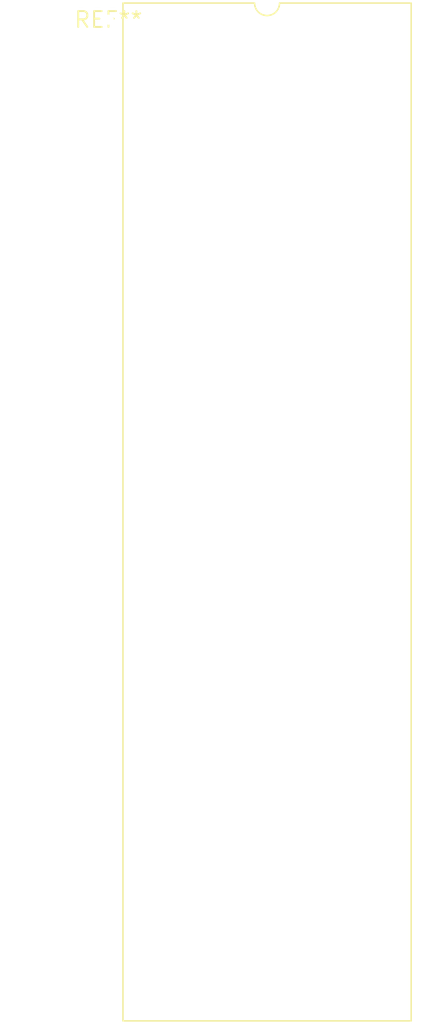
<source format=kicad_pcb>
(kicad_pcb (version 20240108) (generator pcbnew)
  (layers (0 "F.Cu" signal) (31 "B.Cu" signal) (34 "B.Paste" user) (35 "F.Paste" user) (36 "B.SilkS" user "B.Silkscreen") (37 "F.SilkS" user "F.Silkscreen") (38 "B.Mask" user) (39 "F.Mask" user) (44 "Edge.Cuts" user))
  (net 0 "")
  (footprint "DIP-64_W25.4mm" (layer "F.Cu") (at 0 0)
    (property "Reference" "REF**")
    (property "Value" "DIP-64_W25.4mm")
    (fp_line (start 1.16 -1.33) (end 1.16 80.07) (layer "F.SilkS") (stroke (width 0.12)))
    (fp_line (start 1.16 80.07) (end 24.24 80.07) (layer "F.SilkS") (stroke (width 0.12)))
    (fp_line (start 11.7 -1.33) (end 1.16 -1.33) (layer "F.SilkS") (stroke (width 0.12)))
    (fp_line (start 24.24 -1.33) (end 13.7 -1.33) (layer "F.SilkS") (stroke (width 0.12)))
    (fp_line (start 24.24 80.07) (end 24.24 -1.33) (layer "F.SilkS") (stroke (width 0.12)))
    (fp_arc (start 13.7 -1.33) (mid 12.7 -0.33) (end 11.7 -1.33) (layer "F.SilkS") (stroke (width 0.12)))
    (pad "1" thru_hole rect (at 0 0) (size 1.6 1.6) (drill 0.8) (layers *.Cu *.Mask) (remove_unused_layers))
    (pad "2" thru_hole oval (at 0 2.54) (size 1.6 1.6) (drill 0.8) (layers *.Cu *.Mask) (remove_unused_layers))
    (pad "3" thru_hole oval (at 0 5.08) (size 1.6 1.6) (drill 0.8) (layers *.Cu *.Mask) (remove_unused_layers))
    (pad "4" thru_hole oval (at 0 7.62) (size 1.6 1.6) (drill 0.8) (layers *.Cu *.Mask) (remove_unused_layers))
    (pad "5" thru_hole oval (at 0 10.16) (size 1.6 1.6) (drill 0.8) (layers *.Cu *.Mask) (remove_unused_layers))
    (pad "6" thru_hole oval (at 0 12.7) (size 1.6 1.6) (drill 0.8) (layers *.Cu *.Mask) (remove_unused_layers))
    (pad "7" thru_hole oval (at 0 15.24) (size 1.6 1.6) (drill 0.8) (layers *.Cu *.Mask) (remove_unused_layers))
    (pad "8" thru_hole oval (at 0 17.78) (size 1.6 1.6) (drill 0.8) (layers *.Cu *.Mask) (remove_unused_layers))
    (pad "9" thru_hole oval (at 0 20.32) (size 1.6 1.6) (drill 0.8) (layers *.Cu *.Mask) (remove_unused_layers))
    (pad "10" thru_hole oval (at 0 22.86) (size 1.6 1.6) (drill 0.8) (layers *.Cu *.Mask) (remove_unused_layers))
    (pad "11" thru_hole oval (at 0 25.4) (size 1.6 1.6) (drill 0.8) (layers *.Cu *.Mask) (remove_unused_layers))
    (pad "12" thru_hole oval (at 0 27.94) (size 1.6 1.6) (drill 0.8) (layers *.Cu *.Mask) (remove_unused_layers))
    (pad "13" thru_hole oval (at 0 30.48) (size 1.6 1.6) (drill 0.8) (layers *.Cu *.Mask) (remove_unused_layers))
    (pad "14" thru_hole oval (at 0 33.02) (size 1.6 1.6) (drill 0.8) (layers *.Cu *.Mask) (remove_unused_layers))
    (pad "15" thru_hole oval (at 0 35.56) (size 1.6 1.6) (drill 0.8) (layers *.Cu *.Mask) (remove_unused_layers))
    (pad "16" thru_hole oval (at 0 38.1) (size 1.6 1.6) (drill 0.8) (layers *.Cu *.Mask) (remove_unused_layers))
    (pad "17" thru_hole oval (at 0 40.64) (size 1.6 1.6) (drill 0.8) (layers *.Cu *.Mask) (remove_unused_layers))
    (pad "18" thru_hole oval (at 0 43.18) (size 1.6 1.6) (drill 0.8) (layers *.Cu *.Mask) (remove_unused_layers))
    (pad "19" thru_hole oval (at 0 45.72) (size 1.6 1.6) (drill 0.8) (layers *.Cu *.Mask) (remove_unused_layers))
    (pad "20" thru_hole oval (at 0 48.26) (size 1.6 1.6) (drill 0.8) (layers *.Cu *.Mask) (remove_unused_layers))
    (pad "21" thru_hole oval (at 0 50.8) (size 1.6 1.6) (drill 0.8) (layers *.Cu *.Mask) (remove_unused_layers))
    (pad "22" thru_hole oval (at 0 53.34) (size 1.6 1.6) (drill 0.8) (layers *.Cu *.Mask) (remove_unused_layers))
    (pad "23" thru_hole oval (at 0 55.88) (size 1.6 1.6) (drill 0.8) (layers *.Cu *.Mask) (remove_unused_layers))
    (pad "24" thru_hole oval (at 0 58.42) (size 1.6 1.6) (drill 0.8) (layers *.Cu *.Mask) (remove_unused_layers))
    (pad "25" thru_hole oval (at 0 60.96) (size 1.6 1.6) (drill 0.8) (layers *.Cu *.Mask) (remove_unused_layers))
    (pad "26" thru_hole oval (at 0 63.5) (size 1.6 1.6) (drill 0.8) (layers *.Cu *.Mask) (remove_unused_layers))
    (pad "27" thru_hole oval (at 0 66.04) (size 1.6 1.6) (drill 0.8) (layers *.Cu *.Mask) (remove_unused_layers))
    (pad "28" thru_hole oval (at 0 68.58) (size 1.6 1.6) (drill 0.8) (layers *.Cu *.Mask) (remove_unused_layers))
    (pad "29" thru_hole oval (at 0 71.12) (size 1.6 1.6) (drill 0.8) (layers *.Cu *.Mask) (remove_unused_layers))
    (pad "30" thru_hole oval (at 0 73.66) (size 1.6 1.6) (drill 0.8) (layers *.Cu *.Mask) (remove_unused_layers))
    (pad "31" thru_hole oval (at 0 76.2) (size 1.6 1.6) (drill 0.8) (layers *.Cu *.Mask) (remove_unused_layers))
    (pad "32" thru_hole oval (at 0 78.74) (size 1.6 1.6) (drill 0.8) (layers *.Cu *.Mask) (remove_unused_layers))
    (pad "33" thru_hole oval (at 25.4 78.74) (size 1.6 1.6) (drill 0.8) (layers *.Cu *.Mask) (remove_unused_layers))
    (pad "34" thru_hole oval (at 25.4 76.2) (size 1.6 1.6) (drill 0.8) (layers *.Cu *.Mask) (remove_unused_layers))
    (pad "35" thru_hole oval (at 25.4 73.66) (size 1.6 1.6) (drill 0.8) (layers *.Cu *.Mask) (remove_unused_layers))
    (pad "36" thru_hole oval (at 25.4 71.12) (size 1.6 1.6) (drill 0.8) (layers *.Cu *.Mask) (remove_unused_layers))
    (pad "37" thru_hole oval (at 25.4 68.58) (size 1.6 1.6) (drill 0.8) (layers *.Cu *.Mask) (remove_unused_layers))
    (pad "38" thru_hole oval (at 25.4 66.04) (size 1.6 1.6) (drill 0.8) (layers *.Cu *.Mask) (remove_unused_layers))
    (pad "39" thru_hole oval (at 25.4 63.5) (size 1.6 1.6) (drill 0.8) (layers *.Cu *.Mask) (remove_unused_layers))
    (pad "40" thru_hole oval (at 25.4 60.96) (size 1.6 1.6) (drill 0.8) (layers *.Cu *.Mask) (remove_unused_layers))
    (pad "41" thru_hole oval (at 25.4 58.42) (size 1.6 1.6) (drill 0.8) (layers *.Cu *.Mask) (remove_unused_layers))
    (pad "42" thru_hole oval (at 25.4 55.88) (size 1.6 1.6) (drill 0.8) (layers *.Cu *.Mask) (remove_unused_layers))
    (pad "43" thru_hole oval (at 25.4 53.34) (size 1.6 1.6) (drill 0.8) (layers *.Cu *.Mask) (remove_unused_layers))
    (pad "44" thru_hole oval (at 25.4 50.8) (size 1.6 1.6) (drill 0.8) (layers *.Cu *.Mask) (remove_unused_layers))
    (pad "45" thru_hole oval (at 25.4 48.26) (size 1.6 1.6) (drill 0.8) (layers *.Cu *.Mask) (remove_unused_layers))
    (pad "46" thru_hole oval (at 25.4 45.72) (size 1.6 1.6) (drill 0.8) (layers *.Cu *.Mask) (remove_unused_layers))
    (pad "47" thru_hole oval (at 25.4 43.18) (size 1.6 1.6) (drill 0.8) (layers *.Cu *.Mask) (remove_unused_layers))
    (pad "48" thru_hole oval (at 25.4 40.64) (size 1.6 1.6) (drill 0.8) (layers *.Cu *.Mask) (remove_unused_layers))
    (pad "49" thru_hole oval (at 25.4 38.1) (size 1.6 1.6) (drill 0.8) (layers *.Cu *.Mask) (remove_unused_layers))
    (pad "50" thru_hole oval (at 25.4 35.56) (size 1.6 1.6) (drill 0.8) (layers *.Cu *.Mask) (remove_unused_layers))
    (pad "51" thru_hole oval (at 25.4 33.02) (size 1.6 1.6) (drill 0.8) (layers *.Cu *.Mask) (remove_unused_layers))
    (pad "52" thru_hole oval (at 25.4 30.48) (size 1.6 1.6) (drill 0.8) (layers *.Cu *.Mask) (remove_unused_layers))
    (pad "53" thru_hole oval (at 25.4 27.94) (size 1.6 1.6) (drill 0.8) (layers *.Cu *.Mask) (remove_unused_layers))
    (pad "54" thru_hole oval (at 25.4 25.4) (size 1.6 1.6) (drill 0.8) (layers *.Cu *.Mask) (remove_unused_layers))
    (pad "55" thru_hole oval (at 25.4 22.86) (size 1.6 1.6) (drill 0.8) (layers *.Cu *.Mask) (remove_unused_layers))
    (pad "56" thru_hole oval (at 25.4 20.32) (size 1.6 1.6) (drill 0.8) (layers *.Cu *.Mask) (remove_unused_layers))
    (pad "57" thru_hole oval (at 25.4 17.78) (size 1.6 1.6) (drill 0.8) (layers *.Cu *.Mask) (remove_unused_layers))
    (pad "58" thru_hole oval (at 25.4 15.24) (size 1.6 1.6) (drill 0.8) (layers *.Cu *.Mask) (remove_unused_layers))
    (pad "59" thru_hole oval (at 25.4 12.7) (size 1.6 1.6) (drill 0.8) (layers *.Cu *.Mask) (remove_unused_layers))
    (pad "60" thru_hole oval (at 25.4 10.16) (size 1.6 1.6) (drill 0.8) (layers *.Cu *.Mask) (remove_unused_layers))
    (pad "61" thru_hole oval (at 25.4 7.62) (size 1.6 1.6) (drill 0.8) (layers *.Cu *.Mask) (remove_unused_layers))
    (pad "62" thru_hole oval (at 25.4 5.08) (size 1.6 1.6) (drill 0.8) (layers *.Cu *.Mask) (remove_unused_layers))
    (pad "63" thru_hole oval (at 25.4 2.54) (size 1.6 1.6) (drill 0.8) (layers *.Cu *.Mask) (remove_unused_layers))
    (pad "64" thru_hole oval (at 25.4 0) (size 1.6 1.6) (drill 0.8) (layers *.Cu *.Mask) (remove_unused_layers))
  )
)
</source>
